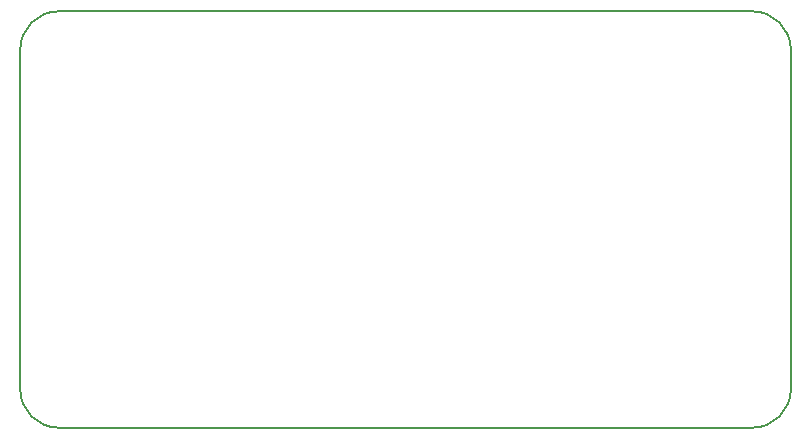
<source format=gbr>
From 20a29b6544fa6c74cbc5f6b4cca444fe2823eb3a Mon Sep 17 00:00:00 2001
From: Joshua Drake <joshua.ellis.drake@gmail.com>
Date: Wed, 31 Jan 2024 11:58:03 -0600
Subject: Added Daughter Board

---
 RBDaughter/Outputs/RBDaughter-Edge_Cuts.gbr | 46 +++++++++++++++++++++++++++++
 1 file changed, 46 insertions(+)
 create mode 100644 RBDaughter/Outputs/RBDaughter-Edge_Cuts.gbr

(limited to 'RBDaughter/Outputs/RBDaughter-Edge_Cuts.gbr')

diff --git a/RBDaughter/Outputs/RBDaughter-Edge_Cuts.gbr b/RBDaughter/Outputs/RBDaughter-Edge_Cuts.gbr
new file mode 100644
index 0000000..3067454
--- /dev/null
+++ b/RBDaughter/Outputs/RBDaughter-Edge_Cuts.gbr
@@ -0,0 +1,46 @@
+%TF.GenerationSoftware,KiCad,Pcbnew,7.0.10*%
+%TF.CreationDate,2024-01-31T01:51:46-06:00*%
+%TF.ProjectId,RBDaughter,52424461-7567-4687-9465-722e6b696361,rev?*%
+%TF.SameCoordinates,Original*%
+%TF.FileFunction,Profile,NP*%
+%FSLAX46Y46*%
+G04 Gerber Fmt 4.6, Leading zero omitted, Abs format (unit mm)*
+G04 Created by KiCad (PCBNEW 7.0.10) date 2024-01-31 01:51:46*
+%MOMM*%
+%LPD*%
+G01*
+G04 APERTURE LIST*
+%TA.AperFunction,Profile*%
+%ADD10C,0.150000*%
+%TD*%
+G04 APERTURE END LIST*
+D10*
+X118250000Y-70750000D02*
+G75*
+G03*
+X115000000Y-67500000I-3250000J0D01*
+G01*
+X118250000Y-99500000D02*
+X118250000Y-70750000D01*
+X115000000Y-102750000D02*
+G75*
+G03*
+X118250000Y-99500000I0J3250000D01*
+G01*
+X56250000Y-102750000D02*
+X115000000Y-102750000D01*
+X53000000Y-99500000D02*
+G75*
+G03*
+X56250000Y-102750000I3250000J0D01*
+G01*
+X53000000Y-70750000D02*
+X53000000Y-99500000D01*
+X56250000Y-67500000D02*
+X115000000Y-67500000D01*
+X56250000Y-67500000D02*
+G75*
+G03*
+X53000000Y-70750000I0J-3250000D01*
+G01*
+M02*
-- 
cgit v1.2.3


</source>
